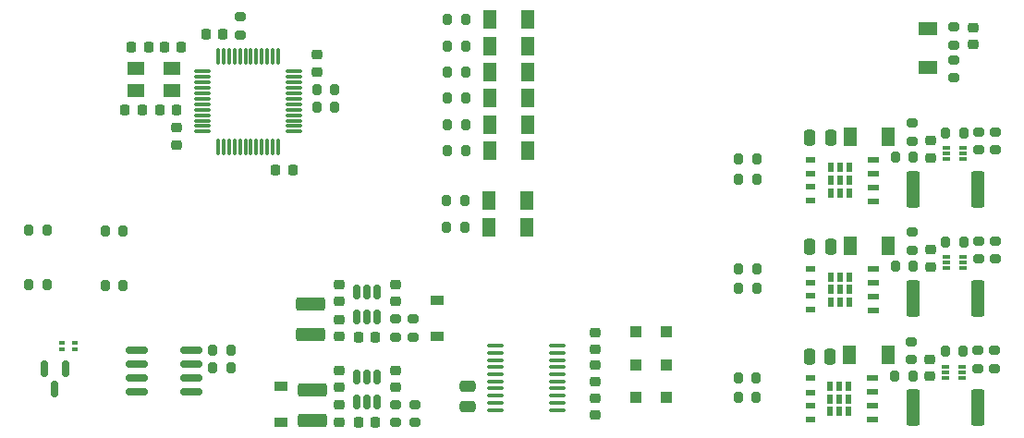
<source format=gtp>
G04 #@! TF.GenerationSoftware,KiCad,Pcbnew,(6.0.5)*
G04 #@! TF.CreationDate,2022-05-31T01:04:28-04:00*
G04 #@! TF.ProjectId,GoldESC,476f6c64-4553-4432-9e6b-696361645f70,rev?*
G04 #@! TF.SameCoordinates,Original*
G04 #@! TF.FileFunction,Paste,Top*
G04 #@! TF.FilePolarity,Positive*
%FSLAX46Y46*%
G04 Gerber Fmt 4.6, Leading zero omitted, Abs format (unit mm)*
G04 Created by KiCad (PCBNEW (6.0.5)) date 2022-05-31 01:04:28*
%MOMM*%
%LPD*%
G01*
G04 APERTURE LIST*
G04 Aperture macros list*
%AMRoundRect*
0 Rectangle with rounded corners*
0 $1 Rounding radius*
0 $2 $3 $4 $5 $6 $7 $8 $9 X,Y pos of 4 corners*
0 Add a 4 corners polygon primitive as box body*
4,1,4,$2,$3,$4,$5,$6,$7,$8,$9,$2,$3,0*
0 Add four circle primitives for the rounded corners*
1,1,$1+$1,$2,$3*
1,1,$1+$1,$4,$5*
1,1,$1+$1,$6,$7*
1,1,$1+$1,$8,$9*
0 Add four rect primitives between the rounded corners*
20,1,$1+$1,$2,$3,$4,$5,0*
20,1,$1+$1,$4,$5,$6,$7,0*
20,1,$1+$1,$6,$7,$8,$9,0*
20,1,$1+$1,$8,$9,$2,$3,0*%
G04 Aperture macros list end*
%ADD10R,1.300000X1.700000*%
%ADD11RoundRect,0.200000X-0.275000X0.200000X-0.275000X-0.200000X0.275000X-0.200000X0.275000X0.200000X0*%
%ADD12RoundRect,0.225000X0.225000X0.250000X-0.225000X0.250000X-0.225000X-0.250000X0.225000X-0.250000X0*%
%ADD13R,0.700000X0.340000*%
%ADD14RoundRect,0.200000X0.200000X0.275000X-0.200000X0.275000X-0.200000X-0.275000X0.200000X-0.275000X0*%
%ADD15R,1.600000X1.300000*%
%ADD16RoundRect,0.225000X-0.250000X0.225000X-0.250000X-0.225000X0.250000X-0.225000X0.250000X0.225000X0*%
%ADD17RoundRect,0.250000X-1.075000X0.375000X-1.075000X-0.375000X1.075000X-0.375000X1.075000X0.375000X0*%
%ADD18RoundRect,0.225000X0.250000X-0.225000X0.250000X0.225000X-0.250000X0.225000X-0.250000X-0.225000X0*%
%ADD19RoundRect,0.200000X-0.200000X-0.275000X0.200000X-0.275000X0.200000X0.275000X-0.200000X0.275000X0*%
%ADD20R,0.600000X0.900000*%
%ADD21R,0.900000X0.600000*%
%ADD22R,1.050000X0.600000*%
%ADD23R,1.200000X0.900000*%
%ADD24RoundRect,0.150000X0.825000X0.150000X-0.825000X0.150000X-0.825000X-0.150000X0.825000X-0.150000X0*%
%ADD25RoundRect,0.150000X-0.150000X0.587500X-0.150000X-0.587500X0.150000X-0.587500X0.150000X0.587500X0*%
%ADD26RoundRect,0.075000X-0.662500X-0.075000X0.662500X-0.075000X0.662500X0.075000X-0.662500X0.075000X0*%
%ADD27RoundRect,0.075000X-0.075000X-0.662500X0.075000X-0.662500X0.075000X0.662500X-0.075000X0.662500X0*%
%ADD28R,0.500000X0.350000*%
%ADD29RoundRect,0.150000X0.150000X-0.512500X0.150000X0.512500X-0.150000X0.512500X-0.150000X-0.512500X0*%
%ADD30RoundRect,0.200000X0.275000X-0.200000X0.275000X0.200000X-0.275000X0.200000X-0.275000X-0.200000X0*%
%ADD31R,1.700000X1.300000*%
%ADD32RoundRect,0.100000X-0.637500X-0.100000X0.637500X-0.100000X0.637500X0.100000X-0.637500X0.100000X0*%
%ADD33RoundRect,0.225000X-0.225000X-0.250000X0.225000X-0.250000X0.225000X0.250000X-0.225000X0.250000X0*%
%ADD34R,1.100000X1.100000*%
%ADD35RoundRect,0.250000X0.362500X1.425000X-0.362500X1.425000X-0.362500X-1.425000X0.362500X-1.425000X0*%
%ADD36RoundRect,0.250000X0.250000X0.475000X-0.250000X0.475000X-0.250000X-0.475000X0.250000X-0.475000X0*%
%ADD37RoundRect,0.250000X-0.475000X0.250000X-0.475000X-0.250000X0.475000X-0.250000X0.475000X0.250000X0*%
G04 APERTURE END LIST*
D10*
X223115000Y-90750000D03*
X219615000Y-90750000D03*
D11*
X229100000Y-63675000D03*
X229100000Y-65325000D03*
D12*
X176175000Y-89062500D03*
X174625000Y-89062500D03*
D13*
X228466000Y-71766000D03*
X228466000Y-72266000D03*
X228466000Y-72766000D03*
X229966000Y-72766000D03*
X229966000Y-72266000D03*
X229966000Y-71766000D03*
D14*
X184425000Y-64800000D03*
X182775000Y-64800000D03*
D10*
X186550000Y-76600000D03*
X190050000Y-76600000D03*
D15*
X157550000Y-64500000D03*
X154250000Y-64500000D03*
X154250000Y-66500000D03*
X157550000Y-66500000D03*
D14*
X211025000Y-94634000D03*
X209375000Y-94634000D03*
D16*
X172800000Y-95325000D03*
X172800000Y-96875000D03*
D11*
X231416000Y-80291000D03*
X231416000Y-81941000D03*
D12*
X168575000Y-73800000D03*
X167025000Y-73800000D03*
D17*
X170400000Y-93900000D03*
X170400000Y-96700000D03*
D18*
X230900000Y-62275000D03*
X230900000Y-60725000D03*
X227016000Y-72641000D03*
X227016000Y-71091000D03*
D19*
X223791000Y-72616000D03*
X225441000Y-72616000D03*
D20*
X219530000Y-95900000D03*
X219530000Y-94750000D03*
D21*
X215980000Y-94150000D03*
D20*
X219530000Y-93600000D03*
X218680000Y-95900000D03*
X218680000Y-93600000D03*
X217830000Y-94750000D03*
X217830000Y-93600000D03*
D21*
X215980000Y-96630000D03*
D20*
X218680000Y-94750000D03*
D21*
X215980000Y-92870000D03*
X215980000Y-95350000D03*
D20*
X217830000Y-95900000D03*
D22*
X221700000Y-96660000D03*
X221700000Y-95390000D03*
X221700000Y-94110000D03*
X221700000Y-92840000D03*
D20*
X218731000Y-75866000D03*
X219581000Y-75866000D03*
X217881000Y-73566000D03*
D21*
X216031000Y-75316000D03*
D20*
X219581000Y-74716000D03*
X218731000Y-73566000D03*
X217881000Y-74716000D03*
X217881000Y-75866000D03*
D21*
X216031000Y-76596000D03*
D20*
X218731000Y-74716000D03*
D21*
X216031000Y-72836000D03*
D20*
X219581000Y-73566000D03*
D21*
X216031000Y-74116000D03*
D22*
X221751000Y-76626000D03*
X221751000Y-75356000D03*
X221751000Y-74076000D03*
X221751000Y-72806000D03*
D16*
X172800000Y-84287500D03*
X172800000Y-85837500D03*
D18*
X227016000Y-82641000D03*
X227016000Y-81091000D03*
D12*
X158375000Y-62500000D03*
X156825000Y-62500000D03*
D19*
X223740000Y-92650000D03*
X225390000Y-92650000D03*
D23*
X167500000Y-93550000D03*
X167500000Y-96850000D03*
D24*
X159255000Y-94105000D03*
X159255000Y-92835000D03*
X159255000Y-91565000D03*
X159255000Y-90295000D03*
X154305000Y-90295000D03*
X154305000Y-91565000D03*
X154305000Y-92835000D03*
X154305000Y-94105000D03*
D19*
X144400000Y-84300000D03*
X146050000Y-84300000D03*
D14*
X211025000Y-92834000D03*
X209375000Y-92834000D03*
D10*
X223166000Y-70716000D03*
X219666000Y-70716000D03*
D25*
X147750000Y-91962500D03*
X145850000Y-91962500D03*
X146800000Y-93837500D03*
D26*
X160337500Y-64750000D03*
X160337500Y-65250000D03*
X160337500Y-65750000D03*
X160337500Y-66250000D03*
X160337500Y-66750000D03*
X160337500Y-67250000D03*
X160337500Y-67750000D03*
X160337500Y-68250000D03*
X160337500Y-68750000D03*
X160337500Y-69250000D03*
X160337500Y-69750000D03*
X160337500Y-70250000D03*
D27*
X161750000Y-71662500D03*
X162250000Y-71662500D03*
X162750000Y-71662500D03*
X163250000Y-71662500D03*
X163750000Y-71662500D03*
X164250000Y-71662500D03*
X164750000Y-71662500D03*
X165250000Y-71662500D03*
X165750000Y-71662500D03*
X166250000Y-71662500D03*
X166750000Y-71662500D03*
X167250000Y-71662500D03*
D26*
X168662500Y-70250000D03*
X168662500Y-69750000D03*
X168662500Y-69250000D03*
X168662500Y-68750000D03*
X168662500Y-68250000D03*
X168662500Y-67750000D03*
X168662500Y-67250000D03*
X168662500Y-66750000D03*
X168662500Y-66250000D03*
X168662500Y-65750000D03*
X168662500Y-65250000D03*
X168662500Y-64750000D03*
D27*
X167250000Y-63337500D03*
X166750000Y-63337500D03*
X166250000Y-63337500D03*
X165750000Y-63337500D03*
X165250000Y-63337500D03*
X164750000Y-63337500D03*
X164250000Y-63337500D03*
X163750000Y-63337500D03*
X163250000Y-63337500D03*
X162750000Y-63337500D03*
X162250000Y-63337500D03*
X161750000Y-63337500D03*
D19*
X228340000Y-90400000D03*
X229990000Y-90400000D03*
D11*
X225316000Y-79491000D03*
X225316000Y-81141000D03*
D21*
X216031000Y-86596000D03*
D20*
X219581000Y-84716000D03*
X218731000Y-84716000D03*
X219581000Y-85866000D03*
D21*
X216031000Y-82836000D03*
D20*
X217881000Y-83566000D03*
D21*
X216031000Y-84116000D03*
D20*
X217881000Y-85866000D03*
D21*
X216031000Y-85316000D03*
D20*
X217881000Y-84716000D03*
X218731000Y-83566000D03*
X218731000Y-85866000D03*
X219581000Y-83566000D03*
D22*
X221751000Y-86626000D03*
X221751000Y-85356000D03*
X221751000Y-84076000D03*
X221751000Y-82806000D03*
D28*
X148600000Y-90200000D03*
X148600000Y-89600000D03*
X147400000Y-89600000D03*
X147400000Y-90200000D03*
D19*
X161255000Y-90300000D03*
X162905000Y-90300000D03*
D10*
X186650000Y-62400000D03*
X190150000Y-62400000D03*
D11*
X225265000Y-89525000D03*
X225265000Y-91175000D03*
D14*
X184425000Y-67200000D03*
X182775000Y-67200000D03*
D19*
X144400000Y-79300000D03*
X146050000Y-79300000D03*
D29*
X174450000Y-95037500D03*
X175400000Y-95037500D03*
X176350000Y-95037500D03*
X176350000Y-92762500D03*
X175400000Y-92762500D03*
X174450000Y-92762500D03*
D10*
X186650000Y-60000000D03*
X190150000Y-60000000D03*
D19*
X170775000Y-68000000D03*
X172425000Y-68000000D03*
D30*
X179600000Y-89087500D03*
X179600000Y-87437500D03*
D31*
X226800000Y-64350000D03*
X226800000Y-60850000D03*
D30*
X232916000Y-81941000D03*
X232916000Y-80291000D03*
D19*
X170775000Y-66400000D03*
X172425000Y-66400000D03*
D14*
X184425000Y-62400000D03*
X182775000Y-62400000D03*
D18*
X157900000Y-71475000D03*
X157900000Y-69925000D03*
D32*
X187112500Y-89900000D03*
X187112500Y-90550000D03*
X187112500Y-91200000D03*
X187112500Y-91850000D03*
X187112500Y-92500000D03*
X187112500Y-93150000D03*
X187112500Y-93800000D03*
X187112500Y-94450000D03*
X187112500Y-95100000D03*
X187112500Y-95750000D03*
X192837500Y-95750000D03*
X192837500Y-95100000D03*
X192837500Y-94450000D03*
X192837500Y-93800000D03*
X192837500Y-93150000D03*
X192837500Y-92500000D03*
X192837500Y-91850000D03*
X192837500Y-91200000D03*
X192837500Y-90550000D03*
X192837500Y-89900000D03*
D29*
X174450000Y-87200000D03*
X175400000Y-87200000D03*
X176350000Y-87200000D03*
X176350000Y-84925000D03*
X175400000Y-84925000D03*
X174450000Y-84925000D03*
D14*
X184425000Y-69600000D03*
X182775000Y-69600000D03*
X184325000Y-79000000D03*
X182675000Y-79000000D03*
D12*
X176175000Y-96900000D03*
X174625000Y-96900000D03*
D30*
X232865000Y-91975000D03*
X232865000Y-90325000D03*
D16*
X172800000Y-87487500D03*
X172800000Y-89037500D03*
D10*
X186650000Y-69600000D03*
X190150000Y-69600000D03*
D19*
X223791000Y-82616000D03*
X225441000Y-82616000D03*
D10*
X186650000Y-72000000D03*
X190150000Y-72000000D03*
D14*
X184425000Y-60000000D03*
X182775000Y-60000000D03*
D33*
X153825000Y-62500000D03*
X155375000Y-62500000D03*
D12*
X157975000Y-68300000D03*
X156425000Y-68300000D03*
D34*
X199975000Y-91625000D03*
X202775000Y-91625000D03*
D11*
X231416000Y-70291000D03*
X231416000Y-71941000D03*
D35*
X231378500Y-75516000D03*
X225453500Y-75516000D03*
D18*
X226965000Y-92675000D03*
X226965000Y-91125000D03*
D34*
X199975000Y-88625000D03*
X202775000Y-88625000D03*
D17*
X170200000Y-86062500D03*
X170200000Y-88862500D03*
D10*
X186650000Y-64800000D03*
X190150000Y-64800000D03*
D35*
X231327500Y-95550000D03*
X225402500Y-95550000D03*
D34*
X199975000Y-94625000D03*
X202775000Y-94625000D03*
D12*
X154775000Y-68300000D03*
X153225000Y-68300000D03*
D14*
X211075000Y-84600000D03*
X209425000Y-84600000D03*
D36*
X217866000Y-70816000D03*
X215966000Y-70816000D03*
X217815000Y-90850000D03*
X215915000Y-90850000D03*
D14*
X211075000Y-74600000D03*
X209425000Y-74600000D03*
D30*
X163800000Y-61375000D03*
X163800000Y-59725000D03*
X179800000Y-96925000D03*
X179800000Y-95275000D03*
X232916000Y-71941000D03*
X232916000Y-70291000D03*
D16*
X196275000Y-91650000D03*
X196275000Y-93200000D03*
D14*
X184325000Y-76600000D03*
X182675000Y-76600000D03*
D16*
X172800000Y-92125000D03*
X172800000Y-93675000D03*
D33*
X160625000Y-61300000D03*
X162175000Y-61300000D03*
D11*
X229100000Y-60675000D03*
X229100000Y-62325000D03*
D36*
X217866000Y-80816000D03*
X215966000Y-80816000D03*
D11*
X231365000Y-90325000D03*
X231365000Y-91975000D03*
D30*
X178000000Y-96925000D03*
X178000000Y-95275000D03*
D19*
X228391000Y-80366000D03*
X230041000Y-80366000D03*
D13*
X228466000Y-81766000D03*
X228466000Y-82266000D03*
X228466000Y-82766000D03*
X229966000Y-82766000D03*
X229966000Y-82266000D03*
X229966000Y-81766000D03*
D23*
X181800000Y-85750000D03*
X181800000Y-89050000D03*
D10*
X223166000Y-80716000D03*
X219666000Y-80716000D03*
X186650000Y-67200000D03*
X190150000Y-67200000D03*
D16*
X196275000Y-94650000D03*
X196275000Y-96200000D03*
D19*
X228391000Y-70366000D03*
X230041000Y-70366000D03*
X151375000Y-84400000D03*
X153025000Y-84400000D03*
D14*
X184425000Y-72000000D03*
X182775000Y-72000000D03*
D16*
X170800000Y-63225000D03*
X170800000Y-64775000D03*
D30*
X178000000Y-89087500D03*
X178000000Y-87437500D03*
D14*
X162905000Y-91900000D03*
X161255000Y-91900000D03*
D10*
X186550000Y-79000000D03*
X190050000Y-79000000D03*
D18*
X178000000Y-93675000D03*
X178000000Y-92125000D03*
D16*
X196275000Y-88650000D03*
X196275000Y-90200000D03*
D37*
X184575000Y-93575000D03*
X184575000Y-95475000D03*
D11*
X225316000Y-69491000D03*
X225316000Y-71141000D03*
D19*
X151375000Y-79400000D03*
X153025000Y-79400000D03*
D35*
X231378500Y-85516000D03*
X225453500Y-85516000D03*
D18*
X178000000Y-85837500D03*
X178000000Y-84287500D03*
D14*
X211075000Y-72800000D03*
X209425000Y-72800000D03*
X211075000Y-82800000D03*
X209425000Y-82800000D03*
D13*
X228415000Y-91800000D03*
X228415000Y-92300000D03*
X228415000Y-92800000D03*
X229915000Y-92800000D03*
X229915000Y-92300000D03*
X229915000Y-91800000D03*
M02*

</source>
